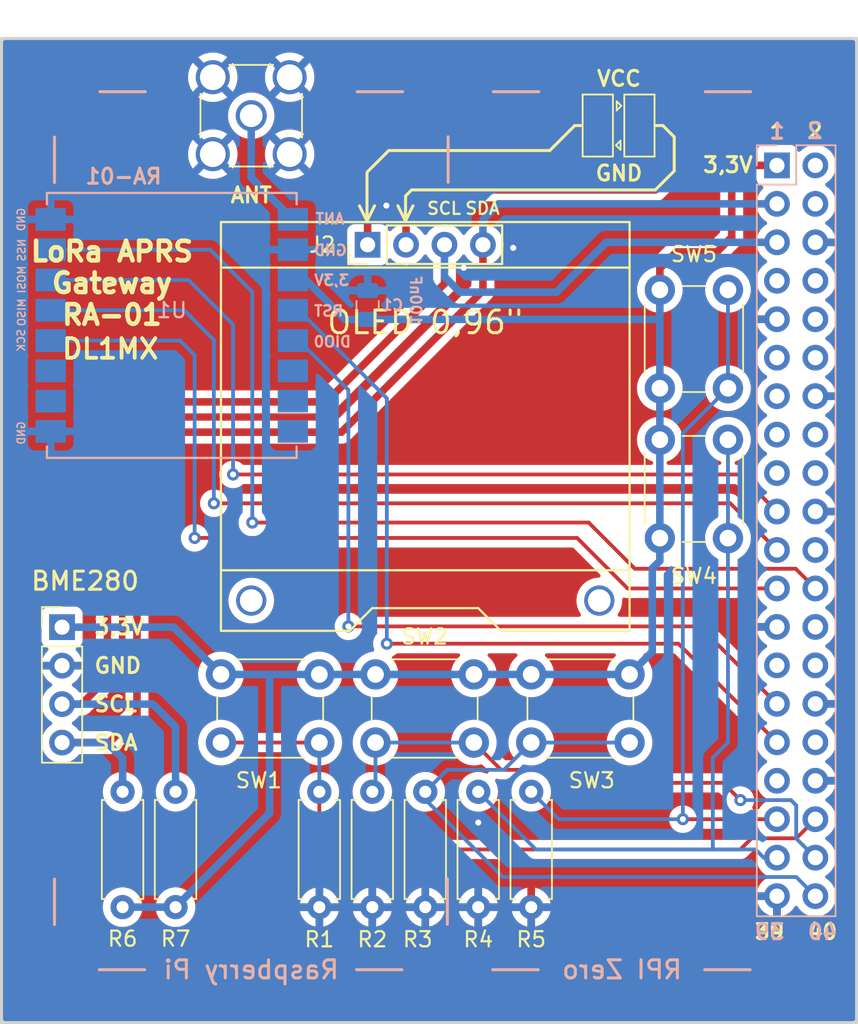
<source format=kicad_pcb>
(kicad_pcb (version 20221018) (generator pcbnew)
  (layers (0 "F.Cu" signal) (31 "B.Cu" signal) (34 "B.Paste" user) (35 "F.Paste" user) (36 "B.SilkS" user "B.Silkscreen") (37 "F.SilkS" user "F.Silkscreen") (38 "B.Mask" user) (39 "F.Mask" user) (44 "Edge.Cuts" user))
  (net 0 "")
  (net 1 "GND")
  (net 2 "SDA")
  (net 3 "SCL")
  (net 4 "DIO0")
  (net 5 "Reset")
  (net 6 "D1")
  (net 7 "D2")
  (net 8 "MOSI")
  (net 9 "MISO")
  (net 10 "SCK")
  (net 11 "NSS")
  (net 12 "T3")
  (net 13 "T2")
  (net 14 "T1")
  (net 15 "UP")
  (net 16 "DOWN")
  (net 17 "Net-(AE1-A)")
  (net 18 "+3.3V")
  (net 22 "GPS_TX")
  (net 23 "GPS_RX")
  (footprint "Resistor_THT:R_Axial_DIN0207_L6.3mm_D2.5mm_P7.62mm_Horizontal" (layer "F.Cu") (at 100.45 140.941 -90)
    (fp_text reference "R1" (at 9.75 0 unlocked) (layer "F.SilkS"))
    (fp_text value "47k")
    (fp_line (start 0.54 -1.37) (end 7.08 -1.37) (stroke (width 0.12)) (layer "F.SilkS"))
    (fp_line (start 0.54 -1.04) (end 0.54 -1.37) (stroke (width 0.12)) (layer "F.SilkS"))
    (fp_line (start 0.54 1.04) (end 0.54 1.37) (stroke (width 0.12)) (layer "F.SilkS"))
    (fp_line (start 0.54 1.37) (end 7.08 1.37) (stroke (width 0.12)) (layer "F.SilkS"))
    (fp_line (start 7.08 -1.37) (end 7.08 -1.04) (stroke (width 0.12)) (layer "F.SilkS"))
    (fp_line (start 7.08 1.37) (end 7.08 1.04) (stroke (width 0.12)) (layer "F.SilkS"))
    (pad "1" thru_hole circle (at 0 0 270) (size 1.6 1.6) (drill 0.8) (layers "*.Cu" "*.Mask") (net 14 "T1"))
    (pad "2" thru_hole oval (at 7.62 0 270) (size 1.6 1.6) (drill 0.8) (layers "*.Cu" "*.Mask") (net 1 "GND"))
  )
  (footprint "Resistor_THT:R_Axial_DIN0207_L6.3mm_D2.5mm_P7.62mm_Horizontal" (layer "F.Cu") (at 107.45 140.941 -90)
    (fp_text reference "R3" (at 9.75 0.5 unlocked) (layer "F.SilkS"))
    (fp_text value "47k")
    (fp_line (start 0.54 -1.37) (end 7.08 -1.37) (stroke (width 0.12)) (layer "F.SilkS"))
    (fp_line (start 0.54 -1.04) (end 0.54 -1.37) (stroke (width 0.12)) (layer "F.SilkS"))
    (fp_line (start 0.54 1.04) (end 0.54 1.37) (stroke (width 0.12)) (layer "F.SilkS"))
    (fp_line (start 0.54 1.37) (end 7.08 1.37) (stroke (width 0.12)) (layer "F.SilkS"))
    (fp_line (start 7.08 -1.37) (end 7.08 -1.04) (stroke (width 0.12)) (layer "F.SilkS"))
    (fp_line (start 7.08 1.37) (end 7.08 1.04) (stroke (width 0.12)) (layer "F.SilkS"))
    (pad "1" thru_hole circle (at 0 0 270) (size 1.6 1.6) (drill 0.8) (layers "*.Cu" "*.Mask") (net 12 "T3"))
    (pad "2" thru_hole oval (at 7.62 0 270) (size 1.6 1.6) (drill 0.8) (layers "*.Cu" "*.Mask") (net 1 "GND"))
  )
  (footprint "Button_Switch_THT:SW_PUSH_6mm_H5mm" (layer "F.Cu") (at 114.45 133.191)
    (fp_text reference "SW3" (at 4 7 unlocked) (layer "F.SilkS"))
    (fp_text value "SW_Push")
    (fp_line (start -0.25 1.5) (end -0.25 3) (stroke (width 0.12)) (layer "F.SilkS"))
    (fp_line (start 1 5.5) (end 5.5 5.5) (stroke (width 0.12)) (layer "F.SilkS"))
    (fp_line (start 5.5 -1) (end 1 -1) (stroke (width 0.12)) (layer "F.SilkS"))
    (fp_line (start 6.75 3) (end 6.75 1.5) (stroke (width 0.12)) (layer "F.SilkS"))
    (pad "1" thru_hole circle (at 0 0 90) (size 2 2) (drill 1.1) (layers "*.Cu" "*.Mask") (net 18 "+3.3V"))
    (pad "1" thru_hole circle (at 6.5 0 90) (size 2 2) (drill 1.1) (layers "*.Cu" "*.Mask") (net 18 "+3.3V"))
    (pad "2" thru_hole circle (at 0 4.5 90) (size 2 2) (drill 1.1) (layers "*.Cu" "*.Mask") (net 12 "T3"))
    (pad "2" thru_hole circle (at 6.5 4.5 90) (size 2 2) (drill 1.1) (layers "*.Cu" "*.Mask") (net 12 "T3"))
  )
  (footprint "Button_Switch_THT:SW_PUSH_6mm_H5mm" (layer "F.Cu") (at 122.95 124.191 90)
    (fp_text reference "SW4" (at -2.5 2.25 unlocked) (layer "F.SilkS"))
    (fp_text value "SW_Push")
    (fp_line (start -0.25 1.5) (end -0.25 3) (stroke (width 0.12)) (layer "F.SilkS"))
    (fp_line (start 1 5.5) (end 5.5 5.5) (stroke (width 0.12)) (layer "F.SilkS"))
    (fp_line (start 5.5 -1) (end 1 -1) (stroke (width 0.12)) (layer "F.SilkS"))
    (fp_line (start 6.75 3) (end 6.75 1.5) (stroke (width 0.12)) (layer "F.SilkS"))
    (pad "1" thru_hole circle (at 0 0 180) (size 2 2) (drill 1.1) (layers "*.Cu" "*.Mask") (net 18 "+3.3V"))
    (pad "1" thru_hole circle (at 6.5 0 180) (size 2 2) (drill 1.1) (layers "*.Cu" "*.Mask") (net 18 "+3.3V"))
    (pad "2" thru_hole circle (at 0 4.5 180) (size 2 2) (drill 1.1) (layers "*.Cu" "*.Mask") (net 16 "DOWN"))
    (pad "2" thru_hole circle (at 6.5 4.5 180) (size 2 2) (drill 1.1) (layers "*.Cu" "*.Mask") (net 16 "DOWN"))
  )
  (footprint "Connector_Coaxial:SMA_Amphenol_901-144_Vertical" (layer "F.Cu") (at 95.95 96.291 90)
    (fp_text reference "AE1" hide)
    (fp_text value "Antenna_Shield")
    (fp_line (start -3.355 -1.45) (end -3.355 1.45) (stroke (width 0.12)) (layer "F.SilkS"))
    (fp_line (start -1.45 -3.355) (end 1.45 -3.355) (stroke (width 0.12)) (layer "F.SilkS"))
    (fp_line (start -1.45 3.355) (end 1.45 3.355) (stroke (width 0.12)) (layer "F.SilkS"))
    (fp_line (start 3.355 -1.45) (end 3.355 1.45) (stroke (width 0.12)) (layer "F.SilkS"))
    (pad "1" thru_hole circle (at 0 0 90) (size 2.05 2.05) (drill 1.5) (layers "*.Cu" "*.Mask") (net 17 "Net-(AE1-A)"))
    (pad "2" thru_hole circle (at -2.54 -2.54 90) (size 2.25 2.25) (drill 1.7) (layers "*.Cu" "*.Mask") (net 1 "GND"))
    (pad "2" thru_hole circle (at -2.54 2.54 90) (size 2.25 2.25) (drill 1.7) (layers "*.Cu" "*.Mask") (net 1 "GND"))
    (pad "2" thru_hole circle (at 2.54 -2.54 90) (size 2.25 2.25) (drill 1.7) (layers "*.Cu" "*.Mask") (net 1 "GND"))
    (pad "2" thru_hole circle (at 2.54 2.54 90) (size 2.25 2.25) (drill 1.7) (layers "*.Cu" "*.Mask") (net 1 "GND"))
  )
  (footprint "Button_Switch_THT:SW_PUSH_6mm_H5mm" (layer "F.Cu") (at 93.95 133.191)
    (fp_text reference "SW1" (at 2.5 7 unlocked) (layer "F.SilkS"))
    (fp_text value "SW_Push")
    (fp_line (start -0.25 1.5) (end -0.25 3) (stroke (width 0.12)) (layer "F.SilkS"))
    (fp_line (start 1 5.5) (end 5.5 5.5) (stroke (width 0.12)) (layer "F.SilkS"))
    (fp_line (start 5.5 -1) (end 1 -1) (stroke (width 0.12)) (layer "F.SilkS"))
    (fp_line (start 6.75 3) (end 6.75 1.5) (stroke (width 0.12)) (layer "F.SilkS"))
    (pad "1" thru_hole circle (at 0 0 90) (size 2 2) (drill 1.1) (layers "*.Cu" "*.Mask") (net 18 "+3.3V"))
    (pad "1" thru_hole circle (at 6.5 0 90) (size 2 2) (drill 1.1) (layers "*.Cu" "*.Mask") (net 18 "+3.3V"))
    (pad "2" thru_hole circle (at 0 4.5 90) (size 2 2) (drill 1.1) (layers "*.Cu" "*.Mask") (net 14 "T1"))
    (pad "2" thru_hole circle (at 6.5 4.5 90) (size 2 2) (drill 1.1) (layers "*.Cu" "*.Mask") (net 14 "T1"))
  )
  (footprint "Button_Switch_THT:SW_PUSH_6mm_H5mm" (layer "F.Cu") (at 122.95 114.291 90)
    (fp_text reference "SW5" (at 8.85 2.25 unlocked) (layer "F.SilkS"))
    (fp_text value "SW_Push")
    (fp_line (start -0.25 1.5) (end -0.25 3) (stroke (width 0.12)) (layer "F.SilkS"))
    (fp_line (start 1 5.5) (end 5.5 5.5) (stroke (width 0.12)) (layer "F.SilkS"))
    (fp_line (start 5.5 -1) (end 1 -1) (stroke (width 0.12)) (layer "F.SilkS"))
    (fp_line (start 6.75 3) (end 6.75 1.5) (stroke (width 0.12)) (layer "F.SilkS"))
    (pad "1" thru_hole circle (at 0 0 180) (size 2 2) (drill 1.1) (layers "*.Cu" "*.Mask") (net 18 "+3.3V"))
    (pad "1" thru_hole circle (at 6.5 0 180) (size 2 2) (drill 1.1) (layers "*.Cu" "*.Mask") (net 18 "+3.3V"))
    (pad "2" thru_hole circle (at 0 4.5 180) (size 2 2) (drill 1.1) (layers "*.Cu" "*.Mask") (net 15 "UP"))
    (pad "2" thru_hole circle (at 6.5 4.5 180) (size 2 2) (drill 1.1) (layers "*.Cu" "*.Mask") (net 15 "UP"))
  )
  (footprint "Button_Switch_THT:SW_PUSH_6mm_H5mm" (layer "F.Cu") (at 104.16 133.191)
    (fp_text reference "SW2" (at 3.25 -2.5 unlocked) (layer "F.SilkS"))
    (fp_text value "SW_Push")
    (fp_line (start -0.25 1.5) (end -0.25 3) (stroke (width 0.12)) (layer "F.SilkS"))
    (fp_line (start 1 5.5) (end 5.5 5.5) (stroke (width 0.12)) (layer "F.SilkS"))
    (fp_line (start 5.5 -1) (end 1 -1) (stroke (width 0.12)) (layer "F.SilkS"))
    (fp_line (start 6.75 3) (end 6.75 1.5) (stroke (width 0.12)) (layer "F.SilkS"))
    (pad "1" thru_hole circle (at 0 0 90) (size 2 2) (drill 1.1) (layers "*.Cu" "*.Mask") (net 18 "+3.3V"))
    (pad "1" thru_hole circle (at 6.5 0 90) (size 2 2) (drill 1.1) (layers "*.Cu" "*.Mask") (net 18 "+3.3V"))
    (pad "2" thru_hole circle (at 0 4.5 90) (size 2 2) (drill 1.1) (layers "*.Cu" "*.Mask") (net 13 "T2"))
    (pad "2" thru_hole circle (at 6.5 4.5 90) (size 2 2) (drill 1.1) (layers "*.Cu" "*.Mask") (net 13 "T2"))
  )
  (footprint "Resistor_THT:R_Axial_DIN0207_L6.3mm_D2.5mm_P7.62mm_Horizontal" (layer "F.Cu") (at 103.95 140.941 -90)
    (fp_text reference "R2" (at 9.75 0 unlocked) (layer "F.SilkS"))
    (fp_text value "47k")
    (fp_line (start 0.54 -1.37) (end 7.08 -1.37) (stroke (width 0.12)) (layer "F.SilkS"))
    (fp_line (start 0.54 -1.04) (end 0.54 -1.37) (stroke (width 0.12)) (layer "F.SilkS"))
    (fp_line (start 0.54 1.04) (end 0.54 1.37) (stroke (width 0.12)) (layer "F.SilkS"))
    (fp_line (start 0.54 1.37) (end 7.08 1.37) (stroke (width 0.12)) (layer "F.SilkS"))
    (fp_line (start 7.08 -1.37) (end 7.08 -1.04) (stroke (width 0.12)) (layer "F.SilkS"))
    (fp_line (start 7.08 1.37) (end 7.08 1.04) (stroke (width 0.12)) (layer "F.SilkS"))
    (pad "1" thru_hole circle (at 0 0 270) (size 1.6 1.6) (drill 0.8) (layers "*.Cu" "*.Mask") (net 13 "T2"))
    (pad "2" thru_hole oval (at 7.62 0 270) (size 1.6 1.6) (drill 0.8) (layers "*.Cu" "*.Mask") (net 1 "GND"))
  )
  (footprint "Resistor_THT:R_Axial_DIN0207_L6.3mm_D2.5mm_P7.62mm_Horizontal" (layer "F.Cu") (at 110.95 140.941 -90)
    (fp_text reference "R4" (at 9.75 0 unlocked) (layer "F.SilkS"))
    (fp_text value "47k")
    (fp_line (start 0.54 -1.37) (end 7.08 -1.37) (stroke (width 0.12)) (layer "F.SilkS"))
    (fp_line (start 0.54 -1.04) (end 0.54 -1.37) (stroke (width 0.12)) (layer "F.SilkS"))
    (fp_line (start 0.54 1.04) (end 0.54 1.37) (stroke (width 0.12)) (layer "F.SilkS"))
    (fp_line (start 0.54 1.37) (end 7.08 1.37) (stroke (width 0.12)) (layer "F.SilkS"))
    (fp_line (start 7.08 -1.37) (end 7.08 -1.04) (stroke (width 0.12)) (layer "F.SilkS"))
    (fp_line (start 7.08 1.37) (end 7.08 1.04) (stroke (width 0.12)) (layer "F.SilkS"))
    (pad "1" thru_hole circle (at 0 0 270) (size 1.6 1.6) (drill 0.8) (layers "*.Cu" "*.Mask") (net 16 "DOWN"))
    (pad "2" thru_hole oval (at 7.62 0 270) (size 1.6 1.6) (drill 0.8) (layers "*.Cu" "*.Mask") (net 1 "GND"))
  )
  (footprint "Resistor_THT:R_Axial_DIN0207_L6.3mm_D2.5mm_P7.62mm_Horizontal" (layer "F.Cu") (at 114.45 140.941 -90)
    (fp_text reference "R5" (at 9.75 0 unlocked) (layer "F.SilkS"))
    (fp_text value "47k")
    (fp_line (start 0.54 -1.37) (end 7.08 -1.37) (stroke (width 0.12)) (layer "F.SilkS"))
    (fp_line (start 0.54 -1.04) (end 0.54 -1.37) (stroke (width 0.12)) (layer "F.SilkS"))
    (fp_line (start 0.54 1.04) (end 0.54 1.37) (stroke (width 0.12)) (layer "F.SilkS"))
    (fp_line (start 0.54 1.37) (end 7.08 1.37) (stroke (width 0.12)) (layer "F.SilkS"))
    (fp_line (start 7.08 -1.37) (end 7.08 -1.04) (stroke (width 0.12)) (layer "F.SilkS"))
    (fp_line (start 7.08 1.37) (end 7.08 1.04) (stroke (width 0.12)) (layer "F.SilkS"))
    (pad "1" thru_hole circle (at 0 0 270) (size 1.6 1.6) (drill 0.8) (layers "*.Cu" "*.Mask") (net 15 "UP"))
    (pad "2" thru_hole oval (at 7.62 0 270) (size 1.6 1.6) (drill 0.8) (layers "*.Cu" "*.Mask") (net 1 "GND"))
  )
  (footprint "Jumper:SolderJumper-3_P1.3mm_Open_Pad1.0x1.5mm" (layer "F.Cu") (at 121.599669 96.941882 -90)
    (fp_text reference "JP2" hide)
    (fp_text value "SolderJumper_3_Open")
    (fp_line (start -2.05 -1) (end 2.05 -1) (stroke (width 0.12)) (layer "F.SilkS"))
    (fp_line (start -2.05 1) (end -2.05 -1) (stroke (width 0.12)) (layer "F.SilkS"))
    (fp_line (start -1.6 1.5) (end -1 1.5) (stroke (width 0.12)) (layer "F.SilkS"))
    (fp_line (start -1.3 1.2) (end -1.6 1.5) (stroke (width 0.12)) (layer "F.SilkS"))
    (fp_line (start -1.3 1.2) (end -1 1.5) (stroke (width 0.12)) (layer "F.SilkS"))
    (fp_line (start 2.05 -1) (end 2.05 1) (stroke (width 0.12)) (layer "F.SilkS"))
    (fp_line (start 2.05 1) (end -2.05 1) (stroke (width 0.12)) (layer "F.SilkS"))
    (pad "1" smd rect (at -1.3 0 270) (size 1 1.5) (layers "F.Cu" "F.Mask") (net 18 "+3.3V"))
    (pad "2" smd rect (at 0 0 270) (size 1 1.5) (layers "F.Cu" "F.Mask") (net 7 "D2"))
    (pad "3" smd rect (at 1.3 0 270) (size 1 1.5) (layers "F.Cu" "F.Mask") (net 1 "GND"))
  )
  (footprint "Jumper:SolderJumper-3_P1.3mm_Open_Pad1.0x1.5mm" (layer "F.Cu") (at 118.849669 96.941882 90)
    (fp_text reference "JP1" hide)
    (fp_text value "SolderJumper_3_Open")
    (fp_line (start -2.05 -1) (end 2.05 -1) (stroke (width 0.12)) (layer "F.SilkS"))
    (fp_line (start -2.05 1) (end -2.05 -1) (stroke (width 0.12)) (layer "F.SilkS"))
    (fp_line (start -1.6 1.5) (end -1 1.5) (stroke (width 0.12)) (layer "F.SilkS"))
    (fp_line (start -1.3 1.2) (end -1.6 1.5) (stroke (width 0.12)) (layer "F.SilkS"))
    (fp_line (start -1.3 1.2) (end -1 1.5) (stroke (width 0.12)) (layer "F.SilkS"))
    (fp_line (start 2.05 -1) (end 2.05 1) (stroke (width 0.12)) (layer "F.SilkS"))
    (fp_line (start 2.05 1) (end -2.05 1) (stroke (width 0.12)) (layer "F.SilkS"))
    (pad "1" smd rect (at -1.3 0 90) (size 1 1.5) (layers "F.Cu" "F.Mask") (net 1 "GND"))
    (pad "2" smd rect (at 0 0 90) (size 1 1.5) (layers "F.Cu" "F.Mask") (net 6 "D1"))
    (pad "3" smd rect (at 1.3 0 90) (size 1 1.5) (layers "F.Cu" "F.Mask") (net 18 "+3.3V"))
  )
  (footprint "Connector_PinHeader_2.54mm:PinHeader_1x04_P2.54mm_Vertical" (layer "F.Cu") (at 83.45 130.071)
    (fp_text reference "J3" hide)
    (fp_text value "BME280")
    (fp_line (start -1.33 -1.33) (end 0 -1.33) (stroke (width 0.12)) (layer "F.SilkS"))
    (fp_line (start -1.33 0) (end -1.33 -1.33) (stroke (width 0.12)) (layer "F.SilkS"))
    (fp_line (start -1.33 1.27) (end -1.33 8.95) (stroke (width 0.12)) (layer "F.SilkS"))
    (fp_line (start -1.33 1.27) (end 1.33 1.27) (stroke (width 0.12)) (layer "F.SilkS"))
    (fp_line (start -1.33 8.95) (end 1.33 8.95) (stroke (width 0.12)) (layer "F.SilkS"))
    (fp_line (start 1.33 1.27) (end 1.33 8.95) (stroke (width 0.12)) (layer "F.SilkS"))
    (pad "1" thru_hole rect (at 0 0) (size 1.7 1.7) (drill 1) (layers "*.Cu" "*.Mask") (net 18 "+3.3V"))
    (pad "2" thru_hole oval (at 0 2.54) (size 1.7 1.7) (drill 1) (layers "*.Cu" "*.Mask") (net 1 "GND"))
    (pad "3" thru_hole oval (at 0 5.08) (size 1.7 1.7) (drill 1) (layers "*.Cu" "*.Mask") (net 3 "SCL"))
    (pad "4" thru_hole oval (at 0 7.62) (size 1.7 1.7) (drill 1) (layers "*.Cu" "*.Mask") (net 2 "SDA"))
  )
  (footprint "Resistor_THT:R_Axial_DIN0207_L6.3mm_D2.5mm_P7.62mm_Horizontal" (layer "F.Cu") (at 87.45 148.561 90)
    (fp_text reference "R6" (at -2.09 0 180) (layer "F.SilkS"))
    (fp_text value "10k")
    (fp_line (start 0.54 -1.37) (end 7.08 -1.37) (stroke (width 0.12)) (layer "F.SilkS"))
    (fp_line (start 0.54 -1.04) (end 0.54 -1.37) (stroke (width 0.12)) (layer "F.SilkS"))
    (fp_line (start 0.54 1.04) (end 0.54 1.37) (stroke (width 0.12)) (layer "F.SilkS"))
    (fp_line (start 0.54 1.37) (end 7.08 1.37) (stroke (width 0.12)) (layer "F.SilkS"))
    (fp_line (start 7.08 -1.37) (end 7.08 -1.04) (stroke (width 0.12)) (layer "F.SilkS"))
    (fp_line (start 7.08 1.37) (end 7.08 1.04) (stroke (width 0.12)) (layer "F.SilkS"))
    (pad "1" thru_hole circle (at 0 0 90) (size 1.6 1.6) (drill 0.8) (layers "*.Cu" "*.Mask") (net 18 "+3.3V"))
    (pad "2" thru_hole oval (at 7.62 0 90) (size 1.6 1.6) (drill 0.8) (layers "*.Cu" "*.Mask") (net 2 "SDA"))
  )
  (footprint "Resistor_THT:R_Axial_DIN0207_L6.3mm_D2.5mm_P7.62mm_Horizontal" (layer "F.Cu") (at 90.95 148.561 90)
    (fp_text reference "R7" (at -2.09 0 180) (layer "F.SilkS"))
    (fp_text value "10k")
    (fp_line (start 0.54 -1.37) (end 7.08 -1.37) (stroke (width 0.12)) (layer "F.SilkS"))
    (fp_line (start 0.54 -1.04) (end 0.54 -1.37) (stroke (width 0.12)) (layer "F.SilkS"))
    (fp_line (start 0.54 1.04) (end 0.54 1.37) (stroke (width 0.12)) (layer "F.SilkS"))
    (fp_line (start 0.54 1.37) (end 7.08 1.37) (stroke (width 0.12)) (layer "F.SilkS"))
    (fp_line (start 7.08 -1.37) (end 7.08 -1.04) (stroke (width 0.12)) (layer "F.SilkS"))
    (fp_line (start 7.08 1.37) (end 7.08 1.04) (stroke (width 0.12)) (layer "F.SilkS"))
    (pad "1" thru_hole circle (at 0 0 90) (size 1.6 1.6) (drill 0.8) (layers "*.Cu" "*.Mask") (net 18 "+3.3V"))
    (pad "2" thru_hole oval (at 7.62 0 90) (size 1.6 1.6) (drill 0.8) (layers "*.Cu" "*.Mask") (net 3 "SCL"))
  )
  (footprint "ARO_Footprints:OLED_0,96_II" (layer "F.Cu") (at 107.45 116.822857)
    (fp_text reference "J2" (at -6.81 -12.01) (layer "F.SilkS"))
    (fp_text value "Display")
    (fp_text user "OLED 0,96\"" (at 0 -6.881857) (layer "F.SilkS") (effects (font (size 1.5 1.5) (thickness 0.2))))
    (fp_line (start -13.5 -13.51) (end 13.5 -13.51) (stroke (width 0.15)) (layer "F.SilkS"))
    (fp_line (start -13.5 -10.5) (end 13.5 -10.5) (stroke (width 0.15)) (layer "F.SilkS"))
    (fp_line (start -13.5 9.49) (end 13.5 9.49) (stroke (width 0.15)) (layer "F.SilkS"))
    (fp_line (start -13.5 13.49) (end -13.5 -13.51) (stroke (width 0.15)) (layer "F.SilkS"))
    (fp_line (start -13.5 13.49) (end -5 13.49) (stroke (width 0.15)) (layer "F.SilkS"))
    (fp_line (start -5.08 -12.01) (end -5.08 -10.74) (stroke (width 0.15)) (layer "F.SilkS"))
    (fp_line (start -5.08 -10.74) (end -3.81 -10.74) (stroke (width 0.15)) (layer "F.SilkS"))
    (fp_line (start -5 13.49) (end -3.5 11.99) (stroke (width 0.15)) (layer "F.SilkS"))
    (fp_line (start -3.5 11.99) (end 3.5 11.99) (stroke (width 0.15)) (layer "F.SilkS"))
    (fp_line (start -2.54 -13.28) (end -2.54 -10.74) (stroke (width 0.15)) (layer "F.SilkS"))
    (fp_line (start -2.54 -10.74) (end 5.08 -10.74) (stroke (width 0.15)) (layer "F.SilkS"))
    (fp_line (start 3.5 11.99) (end 5 13.49) (stroke (width 0.15)) (layer "F.SilkS"))
    (fp_line (start 5 13.49) (end 13.5 13.49) (stroke (width 0.15)) (layer "F.SilkS"))
    (fp_line (start 5.08 -13.28) (end -2.54 -13.28) (stroke (width 0.15)) (layer "F.SilkS"))
    (fp_line (start 5.08 -10.74) (end 5.08 -13.28) (stroke (width 0.15)) (layer "F.SilkS"))
    (fp_line (start 13.5 13.49) (end 13.5 -13.51) (stroke (width 0.15)) (layer "F.SilkS"))
    (pad "1" thru_hole rect (at -3.81 -12.01) (size 1.7 1.7) (drill 1) (layers "*.Cu" "*.Mask") (net 6 "D1"))
    (pad "2" thru_hole oval (at -1.27 -12.01) (size 1.7 1.7) (drill 1) (layers "*.Cu" "*.Mask") (net 7 "D2"))
    (pad "3" thru_hole oval (at 1.27 -12.01) (size 1.7 1.7) (drill 1) (layers "*.Cu" "*.Mask") (net 3 "SCL"))
    (pad "4" thru_hole oval (at 3.81 -12.01) (size 1.7 1.7) (drill 1) (layers "*.Cu" "*.Mask") (net 2 "SDA"))
    (pad "5" thru_hole circle (at -11.5 11.49) (size 2 2) (drill 1.5) (layers "*.Cu" "*.Mask"))
    (pad "6" thru_hole circle (at 11.5 11.49) (size 2 2) (drill 1.5) (layers "*.Cu" "*.Mask"))
  )
  (footprint "Connector_PinSocket_2.54mm:PinSocket_2x20_P2.54mm_Vertical" (layer "B.Cu") (at 130.68768 99.57308 180)
    (fp_text reference "J1" hide)
    (fp_text value "Raspberry PI Header")
    (fp_line (start -3.87 -49.59) (end 1.33 -49.59) (stroke (width 0.12)) (layer "B.SilkS"))
    (fp_line (start -3.87 1.33) (end -3.87 -49.59) (stroke (width 0.12)) (layer "B.SilkS"))
    (fp_line (start -3.87 1.33) (end -1.27 1.33) (stroke (width 0.12)) (layer "B.SilkS"))
    (fp_line (start -1.27 -1.27) (end 1.33 -1.27) (stroke (width 0.12)) (layer "B.SilkS"))
    (fp_line (start -1.27 1.33) (end -1.27 -1.27) (stroke (width 0.12)) (layer "B.SilkS"))
    (fp_line (start 0 1.33) (end 1.33 1.33) (stroke (width 0.12)) (layer "B.SilkS"))
    (fp_line (start 1.33 -1.27) (end 1.33 -49.59) (stroke (width 0.12)) (layer "B.SilkS"))
    (fp_line (start 1.33 1.33) (end 1.33 0) (stroke (width 0.12)) (layer "B.SilkS"))
    (pad "1" thru_hole rect (at 0 0 180) (size 1.7 1.7) (drill 1) (layers "*.Cu" "*.Mask") (net 18 "+3.3V"))
    (pad "2" thru_hole oval (at -2.54 0 180) (size 1.7 1.7) (drill 1) (layers "*.Cu" "*.Mask"))
    (pad "3" thru_hole oval (at 0 -2.54 180) (size 1.7 1.7) (drill 1) (layers "*.Cu" "*.Mask") (net 2 "SDA"))
    (pad "4" thru_hole oval (at -2.54 -2.54 180) (size 1.7 1.7) (drill 1) (layers "*.Cu" "*.Mask"))
    (pad "5" thru_hole oval (at 0 -5.08 180) (size 1.7 1.7) (drill 1) (layers "*.Cu" "*.Mask") (net 3 "SCL"))
    (pad "6" thru_hole oval (at -2.54 -5.08 180) (size 1.7 1.7) (drill 1) (layers "*.Cu" "*.Mask") (net 1 "GND"))
    (pad "7" thru_hole oval (at 0 -7.62 180) (size 1.7 1.7) (drill 1) (layers "*.Cu" "*.Mask"))
    (pad "8" thru_hole oval (at -2.54 -7.62 180) (size 1.7 1.7) (drill 1) (layers "*.Cu" "*.Mask") (net 22 "GPS_TX"))
    (pad "9" thru_hole oval (at 0 -10.16 180) (size 1.7 1.7) (drill 1) (layers "*.Cu" "*.Mask") (net 1 "GND"))
    (pad "10" thru_hole oval (at -2.54 -10.16 180) (size 1.7 1.7) (drill 1) (layers "*.Cu" "*.Mask") (net 23 "GPS_RX"))
    (pad "11" thru_hole oval (at 0 -12.7 180) (size 1.7 1.7) (drill 1) (layers "*.Cu" "*.Mask"))
    (pad "12" thru_hole oval (at -2.54 -12.7 180) (size 1.7 1.7) (drill 1) (layers "*.Cu" "*.Mask"))
    (pad "13" thru_hole oval (at 0 -15.24 180) (size 1.7 1.7) (drill 1) (layers "*.Cu" "*.Mask"))
    (pad "14" thru_hole oval (at -2.54 -15.24 180) (size 1.7 1.7) (drill 1) (layers "*.Cu" "*.Mask") (net 1 "GND"))
    (pad "15" thru_hole oval (at 0 -17.78 180) (size 1.7 1.7) (drill 1) (layers "*.Cu" "*.Mask"))
    (pad "16" thru_hole oval (at -2.54 -17.78 180) (size 1.7 1.7) (drill 1) (layers "*.Cu" "*.Mask"))
    (pad "17" thru_hole oval (at 0 -20.32 180) (size 1.7 1.7) (drill 1) (layers "*.Cu" "*.Mask"))
    (pad "18" thru_hole oval (at -2.54 -20.32 180) (size 1.7 1.7) (drill 1) (layers "*.Cu" "*.Mask"))
    (pad "19" thru_hole oval (at 0 -22.86 180) (size 1.7 1.7) (drill 1) (layers "*.Cu" "*.Mask") (net 8 "MOSI"))
    (pad "20" thru_hole oval (at -2.54 -22.86 180) (size 1.7 1.7) (drill 1) (layers "*.Cu" "*.Mask") (net 1 "GND"))
    (pad "21" thru_hole oval (at 0 -25.4 180) (size 1.7 1.7) (drill 1) (layers "*.Cu" "*.Mask") (net 9 "MISO"))
    (pad "22" thru_hole oval (at -2.54 -25.4 180) (size 1.7 1.7) (drill 1) (layers "*.Cu" "*.Mask"))
    (pad "23" thru_hole oval (at 0 -27.94 180) (size 1.7 1.7) (drill 1) (layers "*.Cu" "*.Mask") (net 10 "SCK"))
    (pad "24" thru_hole oval (at -2.54 -27.94 180) (size 1.7 1.7) (drill 1) (layers "*.Cu" "*.Mask") (net 11 "NSS"))
    (pad "25" thru_hole oval (at 0 -30.48 180) (size 1.7 1.7) (drill 1) (layers "*.Cu" "*.Mask") (net 1 "GND"))
    (pad "26" thru_hole oval (at -2.54 -30.48 180) (size 1.7 1.7) (drill 1) (layers "*.Cu" "*.Mask"))
    (pad "27" thru_hole oval (at 0 -33.02 180) (size 1.7 1.7) (drill 1) (layers "*.Cu" "*.Mask"))
    (pad "28" thru_hole oval (at -2.54 -33.02 180) (size 1.7 1.7) (drill 1) (layers "*.Cu" "*.Mask"))
    (pad "29" thru_hole oval (at 0 -35.56 180) (size 1.7 1.7) (drill 1) (layers "*.Cu" "*.Mask") (net 4 "DIO0"))
    (pad "30" thru_hole oval (at -2.54 -35.56 180) (size 1.7 1.7) (drill 1) (layers "*.Cu" "*.Mask") (net 1 "GND"))
    (pad "31" thru_hole oval (at 0 -38.1 180) (size 1.7 1.7) (drill 1) (layers "*.Cu" "*.Mask") (net 5 "Reset"))
    (pad "32" thru_hole oval (at -2.54 -38.1 180) (size 1.7 1.7) (drill 1) (layers "*.Cu" "*.Mask"))
    (pad "33" thru_hole oval (at 0 -40.64 180) (size 1.7 1.7) (drill 1) (layers "*.Cu" "*.Mask"))
    (pad "34" thru_hole oval (at -2.54 -40.64 180) (size 1.7 1.7) (drill 1) (layers "*.Cu" "*.Mask") (net 1 "GND"))
    (pad "35" thru_hole oval (at 0 -43.18 180) (size 1.7 1.7) (drill 1) (layers "*.Cu" "*.Mask") (net 15 "UP"))
    (pad "36" thru_hole oval (at -2.54 -43.18 180) (size 1.7 1.7) (drill 1) (layers "*.Cu" "*.Mask") (net 14 "T1"))
    (pad "37" thru_hole oval (at 0 -45.72 180) (size 1.7 1.7) (drill 1) (layers "*.Cu" "*.Mask") (net 16 "DOWN"))
    (pad "38" thru_hole oval (at -2.54 -45.72 180) (size 1.7 1.7) (drill 1) (layers "*.Cu" "*.Mask") (net 13 "T2"))
    (pad "39" thru_hole oval (at 0 -48.26 180) (size 1.7 1.7) (drill 1) (layers "*.Cu" "*.Mask") (net 1 "GND"))
    (pad "40" thru_hole oval (at -2.54 -48.26 180) (size 1.7 1.7) (drill 1) (layers "*.Cu" "*.Mask") (net 12 "T3"))
  )
  (footprint "RF_Module:Ai-Thinker-Ra-01-LoRa" (layer "B.Cu") (at 90.699669 110.141882 180)
    (fp_text reference "U1" (at 0 1) (layer "B.SilkS") (effects (justify mirror)))
    (fp_text value "RA-01")
    (fp_line (start -8.25 -8.75) (end 8.25 -8.75) (stroke (width 0.15)) (layer "B.SilkS"))
    (fp_line (start -8.25 -8) (end -8.25 -8.75) (stroke (width 0.15)) (layer "B.SilkS"))
    (fp_line (start -8.25 8) (end -8.25 8.75) (stroke (width 0.15)) (layer "B.SilkS"))
    (fp_line (start -8.25 8.75) (end 8.25 8.75) (stroke (width 0.15)) (layer "B.SilkS"))
    (fp_line (start 8.25 -8.75) (end 8.25 -8) (stroke (width 0.15)) (layer "B.SilkS"))
    (fp_line (start 8.25 8.75) (end 8.25 8) (stroke (width 0.15)) (layer "B.SilkS"))
    (pad "1" smd rect (at -8 7 180) (size 2 1.5) (layers "B.Cu" "B.Paste" "B.Mask") (net 17 "Net-(AE1-A)"))
    (pad "2" smd rect (at -8 5 180) (size 2 1.5) (layers "B.Cu" "B.Paste" "B.Mask") (net 1 "GND"))
    (pad "3" smd rect (at -8 3 180) (size 2 1.5) (layers "B.Cu" "B.Paste" "B.Mask") (net 18 "+3.3V"))
    (pad "4" smd rect (at -8 1 180) (size 2 1.5) (layers "B.Cu" "B.Paste" "B.Mask") (net 5 "Reset"))
    (pad "5" smd rect (at -8 -1 180) (size 2 1.5) (layers "B.Cu" "B.Paste" "B.Mask") (net 4 "DIO0"))
    (pad "6" smd rect (at -8 -3 180) (size 2 1.5) (layers "B.Cu" "B.Paste" "B.Mask"))
    (pad "7" smd rect (at -8 -5 180) (size 2 1.5) (layers "B.Cu" "B.Paste" "B.Mask"))
    (pad "8" smd rect (at -8 -7 180) (size 2 1.5) (layers "B.Cu" "B.Paste" "B.Mask"))
    (pad "9" smd rect (at 8 -7 180) (size 2 1.5) (layers "B.Cu" "B.Paste" "B.Mask") (net 1 "GND"))
    (pad "10" smd rect (at 8 -5 180) (size 2 1.5) (layers "B.Cu" "B.Paste" "B.Mask"))
    (pad "11" smd rect (at 8 -3 180) (size 2 1.5) (layers "B.Cu" "B.Paste" "B.Mask"))
    (pad "12" smd rect (at 8 -1 180) (size 2 1.5) (layers "B.Cu" "B.Paste" "B.Mask") (net 10 "SCK"))
    (pad "13" smd rect (at 8 1 180) (size 2 1.5) (layers "B.Cu" "B.Paste" "B.Mask") (net 9 "MISO"))
    (pad "14" smd rect (at 8 3 180) (size 2 1.5) (layers "B.Cu" "B.Paste" "B.Mask") (net 8 "MOSI"))
    (pad "15" smd rect (at 8 5 180) (size 2 1.5) (layers "B.Cu" "B.Paste" "B.Mask") (net 11 "NSS"))
    (pad "16" smd rect (at 8 7 180) (size 2 1.5) (layers "B.Cu" "B.Paste" "B.Mask") (net 1 "GND"))
  )
  (footprint "Capacitor_SMD:C_0805_2012Metric" (layer "B.Cu") (at 103.64 108.791 90)
    (fp_text reference "C1" (at 0 1.65) (layer "B.SilkS") (effects (font (size 0.7 0.7)) (justify mirror)))
    (fp_text value "C")
    (fp_line (start -0.261252 -0.735) (end 0.261252 -0.735) (stroke (width 0.12)) (layer "B.SilkS"))
    (fp_line (start -0.261252 0.735) (end 0.261252 0.735) (stroke (width 0.12)) (layer "B.SilkS"))
    (pad "1" smd roundrect (at -0.95 0 90) (size 1 1.45) (layers "B.Cu" "B.Paste" "B.Mask") (net 18 "+3.3V"))
    (pad "2" smd roundrect (at 0.95 0 90) (size 1 1.45) (layers "B.Cu" "B.Paste" "B.Mask") (net 1 "GND"))
  )
  (gr_line (start 128.909 152.691) (end 125.909 152.691) (stroke (width 0.2)) (layer "B.SilkS"))
  (gr_line (start 128.95 94.707) (end 125.95 94.707) (stroke (width 0.2)) (layer "B.SilkS"))
  (gr_line (start 111.909 152.691) (end 114.909 152.691) (stroke (width 0.2)) (layer "B.SilkS"))
  (gr_line (start 105.95 94.707) (end 102.95 94.707) (stroke (width 0.2)) (layer "B.SilkS"))
  (gr_line (start 82.95 97.707) (end 82.95 100.707) (stroke (width 0.2)) (layer "B.SilkS"))
  (gr_line (start 111.95 94.707) (end 114.95 94.707) (stroke (width 0.2)) (layer "B.SilkS"))
  (gr_line (start 85.95 94.707) (end 88.95 94.707) (stroke (width 0.2)) (layer "B.SilkS"))
  (gr_line (start 82.95 149.707) (end 82.95 146.707) (stroke (width 0.2)) (layer "B.SilkS"))
  (gr_line (start 85.909 152.691) (end 88.909 152.691) (stroke (width 0.2)) (layer "B.SilkS"))
  (gr_line (start 108.909 149.691) (end 108.909 146.691) (stroke (width 0.2)) (layer "B.SilkS"))
  (gr_line (start 105.909 152.691) (end 102.909 152.691) (stroke (width 0.2)) (layer "B.SilkS"))
  (gr_line (start 108.96 97.687) (end 108.96 100.687) (stroke (width 0.2)) (layer "B.SilkS"))
  (gr_line (start 106.149669 101.591882) (end 106.139669 103.241882) (stroke (width 0.2)) (layer "F.SilkS"))
  (gr_line (start 123.149669 96.941882) (end 123.899669 97.691882) (stroke (width 0.2)) (layer "F.SilkS"))
  (gr_line (start 123.899669 99.941882) (end 122.649669 101.191882) (stroke (width 0.2)) (layer "F.SilkS"))
  (gr_line (start 115.676551 98.591) (end 105.095669 98.591882) (stroke (width 0.2)) (layer "F.SilkS"))
  (gr_line (start 105.035857 98.591) (end 103.64 99.986857) (stroke (width 0.2)) (layer "F.SilkS"))
  (gr_line (start 117.325669 96.941882) (end 115.675669 98.591882) (stroke (width 0.2)) (layer "F.SilkS"))
  (gr_line (start 117.789669 96.941882) (end 117.325669 96.941882) (stroke (width 0.2)) (layer "F.SilkS"))
  (gr_line (start 106.139669 103.241882) (end 106.639669 102.241882) (stroke (width 0.2)) (layer "F.SilkS"))
  (gr_line (start 103.599669 100.047882) (end 103.599669 103.241882) (stroke (width 0.2)) (layer "F.SilkS"))
  (gr_line (start 122.649669 101.191882) (end 106.549669 101.191882) (stroke (width 0.2)) (layer "F.SilkS"))
  (gr_line (start 122.649669 96.941882) (end 123.149669 96.941882) (stroke (width 0.2)) (layer "F.SilkS"))
  (gr_line (start 103.599669 103.241882) (end 103.099669 102.241882) (stroke (width 0.2)) (layer "F.SilkS"))
  (gr_line (start 106.139669 103.241882) (end 105.639669 102.241882) (stroke (width 0.2)) (layer "F.SilkS"))
  (gr_line (start 103.599669 103.241882) (end 104.099669 102.241882) (stroke (width 0.2)) (layer "F.SilkS"))
  (gr_line (start 106.149669 101.591882) (end 106.549669 101.191882) (stroke (width 0.2)) (layer "F.SilkS"))
  (gr_line (start 123.899669 97.691882) (end 123.899669 99.941882) (stroke (width 0.2)) (layer "F.SilkS"))
  (gr_line (start 135.95 91.191) (end 79.45 91.191) (stroke (width 0.2)) (layer "Edge.Cuts"))
  (gr_line (start 79.45 91.191) (end 79.45 156.191) (stroke (width 0.2)) (layer "Edge.Cuts"))
  (gr_line (start 135.95 91.191) (end 135.95 156.191) (stroke (width 0.2)) (layer "Edge.Cuts"))
  (gr_line (start 135.95 156.191) (end 79.45 156.191) (stroke (width 0.2)) (layer "Edge.Cuts"))
  (gr_text "39" (at 130.2 150.191) (layer "B.SilkS") (effects (font (size 1 1) (thickness 0.2)) (justify mirror)))
  (gr_text "2" (at 133.2 97.291) (layer "B.SilkS") (effects (font (size 1 1) (thickness 0.2)) (justify mirror)))
  (gr_text "40" (at 133.7 150.191) (layer "B.SilkS") (effects (font (size 1 1) (thickness 0.2)) (justify mirror)))
  (gr_text "RPI Zero" (at 120.45 152.691) (layer "B.SilkS") (effects (font (size 1.2 1.2) (thickness 0.2)) (justify mirror)))
  (gr_text "GND\n" (at 102.35 105.181) (layer "B.SilkS") (effects (font (size 0.7 0.7)) (justify left mirror)))
  (gr_text "GND\n" (at 80.75 116.421 90) (layer "B.SilkS") (effects (font (size 0.5 0.5) (thickness 0.1)) (justify left mirror)))
  (gr_text "MISO" (at 80.78 108.302 90) (layer "B.SilkS") (effects (font (size 0.5 0.5) (thickness 0.1)) (justify left mirror)))
  (gr_text "MOSI" (at 80.78 106.143 90) (layer "B.SilkS") (effects (font (size 0.5 0.5) (thickness 0.1)) (justify left mirror)))
  (gr_text "SCK" (at 80.75 110.321 90) (layer "B.SilkS") (effects (font (size 0.5 0.5) (thickness 0.1)) (justify left mirror)))
  (gr_text "GND\n" (at 80.75 102.321 90) (layer "B.SilkS") (effects (font (size 0.5 0.5) (thickness 0.1)) (justify left mirror)))
  (gr_text "RST" (at 102.116 109.191) (layer "B.SilkS") (effects (font (size 0.7 0.7) (thickness 0.15) bold) (justify left mirror)))
  (gr_text "NSS\n" (at 80.78 104.365 90) (layer "B.SilkS") (effects (font (size 0.5 0.5) (thickness 0.1)) (justify left mirror)))
  (gr_text "Raspberry Pi\n" (at 95.95 152.691) (layer "B.SilkS") (effects (font (size 1.2 1.2) (thickness 0.2)) (justify mirror)))
  (gr_text "3,3V" (at 102.497 107.159) (layer "B.SilkS") (effects (font (size 0.7 0.7)) (justify left mirror)))
  (gr_text "100nF" (at 106.815 110.207 270) (layer "B.SilkS") (effects (font (size 0.7 0.7)) (justify left mirror)))
  (gr_text "DIO0" (at 102.624 111.223) (layer "B.SilkS") (effects (font (size 0.7 0.7)) (justify left mirror)))
  (gr_text "ANT" (at 101.15 103.105) (layer "B.SilkS") (effects (font (size 0.7 0.7)) (justify mirror)))
  (gr_text "RA-01" (at 87.511 100.301) (layer "B.SilkS") (effects (font (size 1 1) (thickness 0.2)) (justify mirror)))
  (gr_text "1" (at 130.7 97.32308) (layer "B.SilkS") (effects (font (size 1 1) (thickness 0.2)) (justify mirror)))
  (gr_text "2" (at 133.2 97.291) (layer "F.SilkS") (effects (font (size 1 1) (thickness 0.2))))
  (gr_text "40" (at 133.7 150.191) (layer "F.SilkS") (effects (font (size 1 1) (thickness 0.2))))
  (gr_text "SDA" (at 85.482 137.691) (layer "F.SilkS") (effects (font (size 1 1) (thickness 0.2)) (justify left)))
  (gr_text "SCL" (at 85.482 135.151) (layer "F.SilkS") (effects (font (size 1 1) (thickness 0.2)) (justify left)))
  (gr_text "GND" (at 85.482 132.611) (layer "F.SilkS") (effects (font (size 1 1) (thickness 0.2)) (justify left)))
  (gr_text "3,3V" (at 85.482 130.071) (layer "F.SilkS") (effects (font (size 1 1) (thickness 0.2)) (justify left)))
  (gr_text "BME280" (at 84.974 127.023) (layer "F.SilkS") (effects (font (size 1.2 1.2) (thickness 0.2))))
  (gr_text "3,3V\n" (at 127.45 99.541) (layer "F.SilkS") (effects (font (size 1 1) (thickness 0.2))))
  (gr_text "ANT" (at 95.95 101.541) (layer "F.SilkS") (effects (font (size 1 1) (thickness 0.2))))
  (gr_text "VCC" (at 120.249669 93.841882) (layer "F.SilkS") (effects (font (size 1 1) (thickness 0.2))))
  (gr_text "SCL" (at 108.69 102.412857) (layer "F.SilkS") (effects (font (size 0.8 0.8))))
  (gr_text "SDA" (at 111.23 102.412857) (layer "F.SilkS") (effects (font (size 0.8 0.8))))
  (gr_text "DL1MX" (at 86.64 111.691) (layer "F.SilkS") (effects (font (size 1.3 1.3) (thickness 0.25) bold)))
  (gr_text "1" (at 130.7 97.32308) (layer "F.SilkS") (effects (font (size 1 1) (thickness 0.2))))
  (gr_text "LoRa APRS\nGateway\nRA-01" (at 86.749 110.207) (layer "F.SilkS") (effects (font (size 1.3 1.3) (thickness 0.3) bold) (justify bottom)))
  (gr_text "39" (at 130.2 150.191) (layer "F.SilkS") (effects (font (size 1 1) (thickness 0.2))))
  (gr_text "GND" (at 120.249669 100.091882) (layer "F.SilkS") (effects (font (size 1 1) (thickness 0.2))))
  (segment (start 120.225 98.241882) (end 120.225 99.191) (width 0.25) (layer "F.Cu") (net 1))
  (segment (start 118.849669 98.241882) (end 120.225 98.241882) (width 0.75) (layer "F.Cu") (net 1))
  (segment (start 120.225 98.241882) (end 121.599669 98.241882) (width 0.75) (layer "F.Cu") (net 1))
  (via (at 110.95 142.973) (size 0.8) (drill 0.4) (layers "F.Cu" "B.Cu") (net 1))
  (via (at 113.262 105.021) (size 0.8) (drill 0.4) (layers "F.Cu" "B.Cu") (net 1))
  (via (at 104.88 102.227) (size 0.8) (drill 0.4) (layers "F.Cu" "B.Cu") (net 1))
  (via (at 109.99 106.336857) (size 0.8) (drill 0.4) (layers "F.Cu" "B.Cu") (net 1))
  (segment (start 83.45 137.691) (end 86.57 137.691) (width 0.5) (layer "F.Cu") (net 2))
  (segment (start 111.26 107.841) (end 101.91 117.191) (width 0.5) (layer "F.Cu") (net 2))
  (segment (start 111.26 104.812857) (end 111.26 107.841) (width 0.5) (layer "F.Cu") (net 2))
  (segment (start 101.91 117.191) (end 89.289 117.191) (width 0.5) (layer "F.Cu") (net 2))
  (segment (start 86.57 137.691) (end 88.4 135.861) (width 0.5) (layer "F.Cu") (net 2))
  (segment (start 88.4 118.08) (end 89.289 117.191) (width 0.5) (layer "F.Cu") (net 2))
  (segment (start 88.4 135.861) (end 88.4 118.08) (width 0.5) (layer "F.Cu") (net 2))
  (segment (start 86.41 137.691) (end 87.45 138.731) (width 0.5) (layer "B.Cu") (net 2))
  (segment (start 112.300471 102.11308) (end 111.26 103.153551) (width 0.5) (layer "B.Cu") (net 2))
  (segment (start 87.45 138.731) (end 87.45 140.941) (width 0.5) (layer "B.Cu") (net 2))
  (segment (start 130.68768 102.11308) (end 112.300471 102.11308) (width 0.5) (layer "B.Cu") (net 2))
  (segment (start 83.45 137.691) (end 86.41 137.691) (width 0.5) (layer "B.Cu") (net 2))
  (segment (start 111.26 103.153551) (end 111.26 104.812857) (width 0.5) (layer "B.Cu") (net 2))
  (segment (start 87.45 115.191) (end 100.91 115.191) (width 0.5) (layer "F.Cu") (net 3))
  (segment (start 86.45 133.441) (end 86.45 116.191) (width 0.5) (layer "F.Cu") (net 3))
  (segment (start 108.72 107.381) (end 108.72 104.812857) (width 0.5) (layer "F.Cu") (net 3))
  (segment (start 83.45 135.151) (end 84.74 135.151) (width 0.5) (layer "F.Cu") (net 3))
  (segment (start 84.74 135.151) (end 86.45 133.441) (width 0.5) (layer "F.Cu") (net 3))
  (segment (start 100.91 115.191) (end 108.72 107.381) (width 0.5) (layer "F.Cu") (net 3))
  (segment (start 86.45 116.191) (end 87.45 115.191) (width 0.5) (layer "F.Cu") (net 3))
  (segment (start 83.45 135.151) (end 89.45 135.151) (width 0.5) (layer "B.Cu") (net 3))
  (segment (start 90.95 136.651) (end 90.95 140.941) (width 0.5) (layer "B.Cu") (net 3))
  (segment (start 109.74 107.941) (end 108.72 106.921) (width 0.5) (layer "B.Cu") (net 3))
  (segment (start 119.412471 104.65308) (end 116.124551 107.941) (width 0.5) (layer "B.Cu") (net 3))
  (segment (start 89.45 135.151) (end 90.95 136.651) (width 0.5) (layer "B.Cu") (net 3))
  (segment (start 108.72 106.921) (end 108.72 104.812857) (width 0.5) (layer "B.Cu") (net 3))
  (segment (start 130.68768 104.65308) (end 119.412471 104.65308) (width 0.5) (layer "B.Cu") (net 3))
  (segment (start 116.124551 107.941) (end 109.74 107.941) (width 0.5) (layer "B.Cu") (net 3))
  (segment (start 125.5736 130.019) (end 102.37 130.019) (width 0.25) (layer "F.Cu") (net 4))
  (segment (start 125.5736 130.019) (end 130.68768 135.13308) (width 0.25) (layer "F.Cu") (net 4))
  (via (at 102.37 130.019) (size 0.8) (drill 0.4) (layers "F.Cu" "B.Cu") (net 4))
  (segment (start 99.099669 111.141882) (end 102.37 114.412213) (width 0.25) (layer "B.Cu") (net 4))
  (segment (start 102.37 114.412213) (end 102.37 129.892) (width 0.25) (layer "B.Cu") (net 4))
  (segment (start 130.68768 137.67308) (end 124.1766 131.162) (width 0.25) (layer "F.Cu") (net 5))
  (segment (start 124.1766 131.162) (end 104.8465 131.162) (width 0.25) (layer "F.Cu") (net 5))
  (via (at 104.91 131.162) (size 0.8) (drill 0.4) (layers "F.Cu" "B.Cu") (net 5))
  (segment (start 99.099669 109.141882) (end 104.91 114.952213) (width 0.25) (layer "B.Cu") (net 5))
  (segment (start 104.91 114.952213) (end 104.91 131.162) (width 0.25) (layer "B.Cu") (net 5))
  (segment (start 103.64 99.986857) (end 103.64 104.812857) (width 0.5) (layer "F.Cu") (net 6))
  (segment (start 105.035857 98.591) (end 103.64 99.986857) (width 0.5) (layer "F.Cu") (net 6))
  (segment (start 115.676551 98.591) (end 105.035857 98.591) (width 0.5) (layer "F.Cu") (net 6))
  (segment (start 117.325669 96.941882) (end 115.676551 98.591) (width 0.5) (layer "F.Cu") (net 6))
  (segment (start 118.849669 96.941882) (end 117.325669 96.941882) (width 0.5) (layer "F.Cu") (net 6))
  (segment (start 123.9 99.941) (end 122.65 101.191) (width 0.5) (layer "F.Cu") (net 7))
  (segment (start 106.499857 101.191) (end 106.18 101.510857) (width 0.5) (layer "F.Cu") (net 7))
  (segment (start 106.18 101.510857) (end 106.18 104.812857) (width 0.5) (layer "F.Cu") (net 7))
  (segment (start 123.150882 96.941882) (end 123.9 97.691) (width 0.5) (layer "F.Cu") (net 7))
  (segment (start 121.599669 96.941882) (end 123.150882 96.941882) (width 0.5) (layer "F.Cu") (net 7))
  (segment (start 123.9 97.691) (end 123.9 99.941) (width 0.5) (layer "F.Cu") (net 7))
  (segment (start 122.65 101.191) (end 106.499857 101.191) (width 0.5) (layer "F.Cu") (net 7))
  (segment (start 130.68768 122.43308) (end 128.2406 119.986) (width 0.25) (layer "F.Cu") (net 8))
  (segment (start 128.2406 119.986) (end 94.75 119.986) (width 0.25) (layer "F.Cu") (net 8))
  (via (at 94.75 119.986) (size 0.8) (drill 0.4) (layers "F.Cu" "B.Cu") (net 8))
  (segment (start 82.699669 107.141882) (end 91.811882 107.141882) (width 0.25) (layer "B.Cu") (net 8))
  (segment (start 91.811882 107.141882) (end 94.75 110.08) (width 0.25) (layer "B.Cu") (net 8))
  (segment (start 94.75 110.08) (end 94.75 119.986) (width 0.25) (layer "B.Cu") (net 8))
  (segment (start 130.68768 124.97308) (end 127.6056 121.891) (width 0.25) (layer "F.Cu") (net 9))
  (segment (start 127.6056 121.891) (end 93.48 121.891) (width 0.25) (layer "F.Cu") (net 9))
  (via (at 93.48 121.891) (size 0.8) (drill 0.4) (layers "F.Cu" "B.Cu") (net 9))
  (segment (start 91.525882 109.141882) (end 93.48 111.096) (width 0.25) (layer "B.Cu") (net 9))
  (segment (start 93.48 111.096) (end 93.48 121.891) (width 0.25) (layer "B.Cu") (net 9))
  (segment (start 91.525882 109.141882) (end 82.699669 109.141882) (width 0.25) (layer "B.Cu") (net 9))
  (segment (start 117.483 124.177) (end 92.21 124.177) (width 0.25) (layer "F.Cu") (net 10))
  (segment (start 120.81908 127.51308) (end 117.483 124.177) (width 0.25) (layer "F.Cu") (net 10))
  (segment (start 130.68768 127.51308) (end 120.81908 127.51308) (width 0.25) (layer "F.Cu") (net 10))
  (via (at 92.21 124.177) (size 0.8) (drill 0.4) (layers "F.Cu" "B.Cu") (net 10))
  (segment (start 92.21 124.177) (end 92.21 112.112) (width 0.25) (layer "B.Cu") (net 10))
  (segment (start 91.239882 111.141882) (end 92.21 112.112) (width 0.25) (layer "B.Cu") (net 10))
  (segment (start 91.239882 111.141882) (end 82.699669 111.141882) (width 0.25) (layer "B.Cu") (net 10))
  (segment (start 133.22768 127.51308) (end 131.92768 126.21308) (width 0.25) (layer "F.Cu") (net 11))
  (segment (start 131.92768 126.21308) (end 121.298476 126.21308) (width 0.25) (layer "F.Cu") (net 11))
  (segment (start 96.02 123.161) (end 118.246396 123.161) (width 0.25) (layer "F.Cu") (net 11))
  (segment (start 121.298476 126.21308) (end 118.246396 123.161) (width 0.25) (layer "F.Cu") (net 11))
  (via (at 96.02 123.161) (size 0.8) (drill 0.4) (layers "F.Cu" "B.Cu") (net 11))
  (segment (start 82.699669 105.141882) (end 93.240882 105.141882) (width 0.25) (layer "B.Cu") (net 11))
  (segment (start 96.02 107.921) (end 96.02 123.161) (width 0.25) (layer "B.Cu") (net 11))
  (segment (start 93.240882 105.141882) (end 96.02 107.921) (width 0.25) (layer "B.Cu") (net 11))
  (segment (start 112.65 139.491) (end 114.45 137.691) (width 0.25) (layer "B.Cu") (net 12))
  (segment (start 112.572 146.571) (end 131.9656 146.571) (width 0.25) (layer "B.Cu") (net 12))
  (segment (start 114.45 137.691) (end 120.95 137.691) (width 0.25) (layer "B.Cu") (net 12))
  (segment (start 107.45 141.449) (end 112.572 146.571) (width 0.25) (layer "B.Cu") (net 12))
  (segment (start 107.45 140.941) (end 108.9 139.491) (width 0.25) (layer "B.Cu") (net 12))
  (segment (start 108.9 139.491) (end 112.65 139.491) (width 0.25) (layer "B.Cu") (net 12))
  (segment (start 131.9656 146.571) (end 133.22768 147.83308) (width 0.25) (layer "B.Cu") (net 12))
  (segment (start 128.27 141.491) (end 127.13208 140.35308) (width 0.25) (layer "F.Cu") (net 13))
  (segment (start 118.86768 140.35308) (end 118.0056 139.491) (width 0.25) (layer "F.Cu") (net 13))
  (segment (start 110.66 137.691) (end 112.46 139.491) (width 0.25) (layer "F.Cu") (net 13))
  (segment (start 118.0056 139.491) (end 112.46 139.491) (width 0.25) (layer "F.Cu") (net 13))
  (segment (start 127.13208 140.35308) (end 118.86768 140.35308) (width 0.25) (layer "F.Cu") (net 13))
  (via (at 128.27 141.491) (size 0.8) (drill 0.4) (layers "F.Cu" "B.Cu") (net 13))
  (segment (start 131.61 141.491) (end 128.27 141.491) (width 0.25) (layer "B.Cu") (net 13))
  (segment (start 104.16 137.691) (end 110.66 137.691) (width 0.25) (layer "B.Cu") (net 13))
  (segment (start 131.96 141.841) (end 131.61 141.491) (width 0.25) (layer "B.Cu") (net 13))
  (segment (start 104.16 140.731) (end 103.95 140.941) (width 0.25) (layer "B.Cu") (net 13))
  (segment (start 131.96 144.0254) (end 131.96 141.841) (width 0.25) (layer "B.Cu") (net 13))
  (segment (start 104.16 137.691) (end 104.16 140.731) (width 0.25) (layer "B.Cu") (net 13))
  (segment (start 133.22768 145.29308) (end 131.96 144.0254) (width 0.25) (layer "B.Cu") (net 13))
  (segment (start 129.01208 144.011) (end 128.27208 144.751) (width 0.25) (layer "F.Cu") (net 14))
  (segment (start 100.45 143.731) (end 100.45 140.941) (width 0.25) (layer "F.Cu") (net 14))
  (segment (start 93.95 137.691) (end 100.45 137.691) (width 0.25) (layer "F.Cu") (net 14))
  (segment (start 128.27208 144.751) (end 101.47 144.751) (width 0.25) (layer "F.Cu") (net 14))
  (segment (start 133.22768 142.75308) (end 131.96976 144.011) (width 0.25) (layer "F.Cu") (net 14))
  (segment (start 131.96976 144.011) (end 129.01208 144.011) (width 0.25) (layer "F.Cu") (net 14))
  (segment (start 101.47 144.751) (end 100.45 143.731) (width 0.25) (layer "F.Cu") (net 14))
  (segment (start 100.45 137.691) (end 100.45 140.941) (width 0.25) (layer "B.Cu") (net 14))
  (segment (start 130.68768 142.75308) (end 124.47 142.75308) (width 0.25) (layer "F.Cu") (net 15))
  (via (at 124.47 142.75308) (size 0.8) (drill 0.4) (layers "F.Cu" "B.Cu") (net 15))
  (segment (start 124.47 142.75308) (end 124.47 117.271) (width 0.25) (layer "B.Cu") (net 15))
  (segment (start 124.47 142.75308) (end 116.26208 142.75308) (width 0.25) (layer "B.Cu") (net 15))
  (segment (start 116.26208 142.75308) (end 114.45 140.941) (width 0.25) (layer "B.Cu") (net 15))
  (segment (start 124.47 117.271) (end 127.45 114.291) (width 0.25) (layer "B.Cu") (net 15))
  (segment (start 127.45 107.791) (end 127.45 114.291) (width 0.25) (layer "B.Cu") (net 15))
  (segment (start 127.45 137.691) (end 126.45 138.691) (width 0.25) (layer "B.Cu") (net 16))
  (segment (start 114.76 144.751) (end 129.27208 144.751) (width 0.25) (layer "B.Cu") (net 16))
  (segment (start 110.95 140.941) (end 114.76 144.751) (width 0.25) (layer "B.Cu") (net 16))
  (segment (start 126.45 138.691) (end 126.45 144.69308) (width 0.25) (layer "B.Cu") (net 16))
  (segment (start 127.45 124.191) (end 127.45 137.691) (width 0.25) (layer "B.Cu") (net 16))
  (segment (start 129.81416 145.29308) (end 130.68768 145.29308) (width 0.25) (layer "B.Cu") (net 16))
  (segment (start 127.45 124.191) (end 127.45 117.691) (width 0.25) (layer "B.Cu") (net 16))
  (segment (start 129.27208 144.751) (end 129.81416 145.29308) (width 0.25) (layer "B.Cu") (net 16))
  (segment (start 95.95 100.392213) (end 98.699669 103.141882) (width 0.5) (layer "B.Cu") (net 17))
  (segment (start 95.95 96.291) (end 95.95 100.392213) (width 0.5) (layer "B.Cu") (net 17))
  (segment (start 118.849669 95.641882) (end 121.599669 95.641882) (width 0.75) (layer "F.Cu") (net 18))
  (segment (start 127.7 97.184213) (end 126.157669 95.641882) (width 0.5) (layer "F.Cu") (net 18))
  (segment (start 122.95 107.791) (end 122.95 106.376787) (width 0.5) (layer "F.Cu") (net 18))
  (segment (start 126.157669 95.641882) (end 121.599669 95.641882) (width 0.5) (layer "F.Cu") (net 18))
  (segment (start 127.7 104.3054) (end 127.7 99.57308) (width 0.5) (layer "F.Cu") (net 18))
  (segment (start 124.035787 105.291) (end 126.7144 105.291) (width 0.5) (layer "F.Cu") (net 18))
  (segment (start 122.95 106.376787) (end 124.035787 105.291) (width 0.5) (layer "F.Cu") (net 18))
  (segment (start 127.7 99.57308) (end 127.7 97.184213) (width 0.5) (layer "F.Cu") (net 18))
  (segment (start 126.7144 105.291) (end 127.7 104.3054) (width 0.5) (layer "F.Cu") (net 18))
  (segment (start 130.68768 99.57308) (end 127.7 99.57308) (width 0.5) (layer "F.Cu") (net 18))
  (segment (start 122.95 109.826) (end 122.95 107.791) (width 0.5) (layer "B.Cu") (net 18))
  (segment (start 97.163 142.348) (end 97.163 133.191) (width 0.5) (layer "B.Cu") (net 18))
  (segment (start 90.95 148.561) (end 97.163 142.348) (width 0.5) (layer "B.Cu") (net 18))
  (segment (start 97.163 133.191) (end 100.45 133.191) (width 0.5) (layer "B.Cu") (net 18))
  (segment (start 83.45 130.071) (end 90.83 130.071) (width 0.5) (layer "B.Cu") (net 18))
  (segment (start 122.865 109.741) (end 122.95 109.826) (width 0.25) (layer "B.Cu") (net 18))
  (segment (start 110.66 133.191) (end 114.45 133.191) (width 0.5) (layer "B.Cu") (net 18))
  (segment (start 100.45 133.191) (end 104.16 133.191) (width 0.5) (layer "B.Cu") (net 18))
  (segment (start 122.45 126.191) (end 122.45 131.691) (width 0.5) (layer "B.Cu") (net 18))
  (segment (start 122.95 124.191) (end 122.95 125.691) (width 0.5) (layer "B.Cu") (net 18))
  (segment (start 122.95 124.191) (end 122.95 117.691) (width 0.5) (layer "B.Cu") (net 18))
  (segment (start 93.95 133.191) (end 97.163 133.191) (width 0.5) (layer "B.Cu") (net 18))
  (segment (start 122.95 114.291) (end 122.95 109.826) (width 0.5) (layer "B.Cu") (net 18))
  (segment (start 102.158 109.741) (end 103.64 109.741) (width 0.5) (layer "B.Cu") (net 18))
  (segment (start 122.95 117.691) (end 122.95 114.291) (width 0.5) (layer "B.Cu") (net 18))
  (segment (start 122.95 125.691) (end 122.45 126.191) (width 0.5) (layer "B.Cu") (net 18))
  (segment (start 122.45 131.691) (end 120.95 133.191) (width 0.5) (layer "B.Cu") (net 18))
  (segment (start 90.83 130.071) (end 93.95 133.191) (width 0.5) (layer "B.Cu") (net 18))
  (segment (start 103.64 109.741) (end 122.865 109.741) (width 0.5) (layer "B.Cu") (net 18))
  (segment (start 104.16 133.191) (end 110.66 133.191) (width 0.5) (layer "B.Cu") (net 18))
  (segment (start 99.558882 107.141882) (end 102.158 109.741) (width 0.5) (layer "B.Cu") (net 18))
  (segment (start 114.45 133.191) (end 120.95 133.191) (width 0.5) (layer "B.Cu") (net 18))
  (segment (start 87.45 148.561) (end 90.95 148.561) (width 0.5) (layer "B.Cu") (net 18))
  (zone (net 1) (net_name "GND") (layer "F.Cu") (connect_pads (clearance 0.508)) (min_thickness 0.254) (fill yes (thermal_gap 0.508) (thermal_bridge_width 0.508))
    (polygon (pts (xy 135.95 156.191) (xy 79.45 156.191) (xy 79.45 91.191) (xy 135.95 91.191)))
  )
  (zone (net 1) (net_name "GND") (layer "B.Cu") (connect_pads (clearance 0.508)) (min_thickness 0.254) (fill yes (thermal_gap 0.508) (thermal_bridge_width 0.508))
    (polygon (pts (xy 135.95 156.191) (xy 79.45 156.191) (xy 79.45 91.191) (xy 135.95 91.191)))
  )
)
</source>
